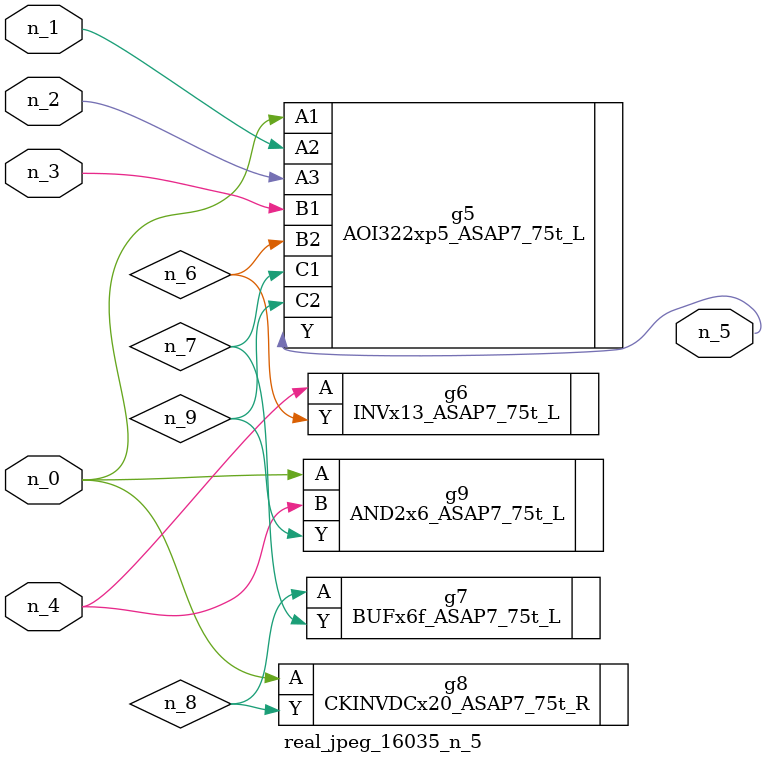
<source format=v>
module real_jpeg_16035_n_5 (n_4, n_0, n_1, n_2, n_3, n_5);

input n_4;
input n_0;
input n_1;
input n_2;
input n_3;

output n_5;

wire n_8;
wire n_6;
wire n_7;
wire n_9;

AOI322xp5_ASAP7_75t_L g5 ( 
.A1(n_0),
.A2(n_1),
.A3(n_2),
.B1(n_3),
.B2(n_6),
.C1(n_7),
.C2(n_9),
.Y(n_5)
);

CKINVDCx20_ASAP7_75t_R g8 ( 
.A(n_0),
.Y(n_8)
);

AND2x6_ASAP7_75t_L g9 ( 
.A(n_0),
.B(n_4),
.Y(n_9)
);

INVx13_ASAP7_75t_L g6 ( 
.A(n_4),
.Y(n_6)
);

BUFx6f_ASAP7_75t_L g7 ( 
.A(n_8),
.Y(n_7)
);


endmodule
</source>
